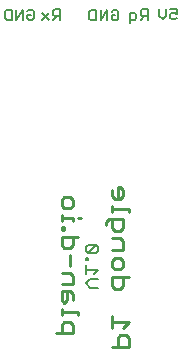
<source format=gbo>
G75*
%MOIN*%
%OFA0B0*%
%FSLAX24Y24*%
%IPPOS*%
%LPD*%
%AMOC8*
5,1,8,0,0,1.08239X$1,22.5*
%
%ADD10C,0.0110*%
%ADD11C,0.0100*%
%ADD12C,0.0080*%
%ADD13C,0.0060*%
D10*
X004376Y009657D02*
X004376Y009755D01*
X004475Y009853D01*
X004967Y009853D01*
X004967Y009558D01*
X004868Y009460D01*
X004672Y009460D01*
X004573Y009558D01*
X004573Y009853D01*
X004573Y010104D02*
X004573Y010301D01*
X004573Y010203D02*
X005164Y010203D01*
X005164Y010104D01*
X004868Y010534D02*
X004967Y010632D01*
X004967Y010829D01*
X004868Y010928D01*
X004770Y010928D01*
X004770Y010534D01*
X004672Y010534D02*
X004868Y010534D01*
X004672Y010534D02*
X004573Y010632D01*
X004573Y010829D01*
X004573Y009209D02*
X004868Y009209D01*
X004967Y009111D01*
X004967Y008815D01*
X004573Y008815D01*
X004672Y008564D02*
X004573Y008466D01*
X004573Y008269D01*
X004672Y008171D01*
X004868Y008171D01*
X004967Y008269D01*
X004967Y008466D01*
X004868Y008564D01*
X004672Y008564D01*
X004573Y007920D02*
X004573Y007625D01*
X004672Y007526D01*
X004868Y007526D01*
X004967Y007625D01*
X004967Y007920D01*
X005164Y007920D02*
X004573Y007920D01*
X004573Y006631D02*
X004573Y006237D01*
X004573Y006434D02*
X005164Y006434D01*
X004967Y006237D01*
X005065Y005986D02*
X004868Y005986D01*
X004770Y005888D01*
X004770Y005593D01*
X004573Y005593D02*
X005164Y005593D01*
X005164Y005888D01*
X005065Y005986D01*
D11*
X003280Y006056D02*
X002719Y006056D01*
X002906Y006056D02*
X002906Y006336D01*
X002999Y006429D01*
X003186Y006429D01*
X003280Y006336D01*
X003280Y006056D01*
X003466Y006663D02*
X003466Y006757D01*
X002906Y006757D01*
X002906Y006850D02*
X002906Y006663D01*
X002999Y007068D02*
X002906Y007162D01*
X002906Y007442D01*
X003186Y007442D01*
X003280Y007349D01*
X003280Y007162D01*
X003093Y007162D02*
X003093Y007442D01*
X003093Y007162D02*
X002999Y007068D01*
X002906Y007676D02*
X003280Y007676D01*
X003280Y007956D01*
X003186Y008050D01*
X002906Y008050D01*
X003186Y008284D02*
X003186Y008657D01*
X003186Y008892D02*
X003280Y008985D01*
X003280Y009265D01*
X003466Y009265D02*
X002906Y009265D01*
X002906Y008985D01*
X002999Y008892D01*
X003186Y008892D01*
X002999Y009499D02*
X002906Y009499D01*
X002906Y009593D01*
X002999Y009593D01*
X002999Y009499D01*
X002906Y009803D02*
X002906Y009990D01*
X002906Y009897D02*
X003280Y009897D01*
X003280Y009803D01*
X003466Y009897D02*
X003560Y009897D01*
X003186Y010208D02*
X003280Y010302D01*
X003280Y010488D01*
X003186Y010582D01*
X002999Y010582D01*
X002906Y010488D01*
X002906Y010302D01*
X002999Y010208D01*
X003186Y010208D01*
D12*
X003781Y008996D02*
X003711Y008926D01*
X003711Y008786D01*
X003781Y008716D01*
X004061Y008996D01*
X003781Y008996D01*
X003781Y008716D02*
X004061Y008716D01*
X004131Y008786D01*
X004131Y008926D01*
X004061Y008996D01*
X003781Y008556D02*
X003711Y008556D01*
X003711Y008486D01*
X003781Y008486D01*
X003781Y008556D01*
X003711Y008306D02*
X003711Y008026D01*
X003711Y008166D02*
X004131Y008166D01*
X003991Y008026D01*
X003851Y007845D02*
X004131Y007845D01*
X004131Y007565D02*
X003851Y007565D01*
X003711Y007705D01*
X003851Y007845D01*
D13*
X005176Y016387D02*
X005176Y016727D01*
X005346Y016727D01*
X005402Y016670D01*
X005402Y016557D01*
X005346Y016500D01*
X005176Y016500D01*
X005544Y016500D02*
X005657Y016614D01*
X005601Y016614D02*
X005771Y016614D01*
X005771Y016500D02*
X005771Y016840D01*
X005601Y016840D01*
X005544Y016784D01*
X005544Y016670D01*
X005601Y016614D01*
X006164Y016621D02*
X006164Y016848D01*
X006164Y016621D02*
X006277Y016508D01*
X006391Y016621D01*
X006391Y016848D01*
X006532Y016848D02*
X006759Y016848D01*
X006759Y016678D01*
X006646Y016735D01*
X006589Y016735D01*
X006532Y016678D01*
X006532Y016565D01*
X006589Y016508D01*
X006702Y016508D01*
X006759Y016565D01*
X004798Y016537D02*
X004742Y016480D01*
X004628Y016480D01*
X004571Y016537D01*
X004571Y016651D01*
X004685Y016651D01*
X004798Y016764D02*
X004742Y016821D01*
X004628Y016821D01*
X004571Y016764D01*
X004430Y016821D02*
X004430Y016480D01*
X004203Y016480D02*
X004430Y016821D01*
X004203Y016821D02*
X004203Y016480D01*
X004062Y016480D02*
X003892Y016480D01*
X003835Y016537D01*
X003835Y016764D01*
X003892Y016821D01*
X004062Y016821D01*
X004062Y016480D01*
X004798Y016537D02*
X004798Y016764D01*
X002861Y016840D02*
X002861Y016500D01*
X002861Y016614D02*
X002691Y016614D01*
X002634Y016670D01*
X002634Y016784D01*
X002691Y016840D01*
X002861Y016840D01*
X002748Y016614D02*
X002634Y016500D01*
X002493Y016500D02*
X002266Y016727D01*
X002493Y016727D02*
X002266Y016500D01*
X001991Y016545D02*
X001935Y016488D01*
X001821Y016488D01*
X001764Y016545D01*
X001764Y016658D01*
X001878Y016658D01*
X001991Y016545D02*
X001991Y016772D01*
X001935Y016829D01*
X001821Y016829D01*
X001764Y016772D01*
X001623Y016829D02*
X001623Y016488D01*
X001396Y016488D02*
X001623Y016829D01*
X001396Y016829D02*
X001396Y016488D01*
X001255Y016488D02*
X001255Y016829D01*
X001084Y016829D01*
X001028Y016772D01*
X001028Y016545D01*
X001084Y016488D01*
X001255Y016488D01*
M02*

</source>
